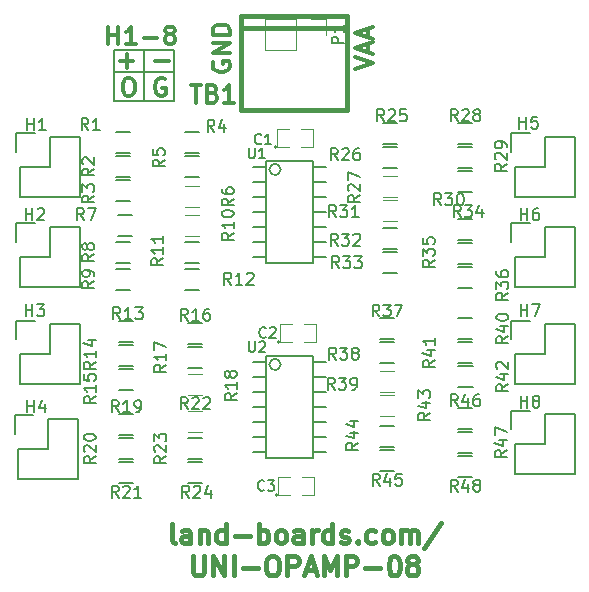
<source format=gto>
G04 #@! TF.FileFunction,Legend,Top*
%FSLAX46Y46*%
G04 Gerber Fmt 4.6, Leading zero omitted, Abs format (unit mm)*
G04 Created by KiCad (PCBNEW (after 2015-mar-04 BZR unknown)-product) date 12/20/2018 11:45:41 AM*
%MOMM*%
G01*
G04 APERTURE LIST*
%ADD10C,0.150000*%
%ADD11C,0.300000*%
%ADD12C,0.200000*%
%ADD13C,0.412750*%
%ADD14C,0.099060*%
%ADD15C,0.127000*%
%ADD16C,0.381000*%
%ADD17C,0.120000*%
%ADD18C,0.139700*%
%ADD19C,0.304800*%
G04 APERTURE END LIST*
D10*
D11*
X38616286Y-27729571D02*
X38616286Y-26229571D01*
X38616286Y-26943857D02*
X39473429Y-26943857D01*
X39473429Y-27729571D02*
X39473429Y-26229571D01*
X40973429Y-27729571D02*
X40116286Y-27729571D01*
X40544858Y-27729571D02*
X40544858Y-26229571D01*
X40402001Y-26443857D01*
X40259143Y-26586714D01*
X40116286Y-26658143D01*
X41616286Y-27158143D02*
X42759143Y-27158143D01*
X43687715Y-26872429D02*
X43544857Y-26801000D01*
X43473429Y-26729571D01*
X43402000Y-26586714D01*
X43402000Y-26515286D01*
X43473429Y-26372429D01*
X43544857Y-26301000D01*
X43687715Y-26229571D01*
X43973429Y-26229571D01*
X44116286Y-26301000D01*
X44187715Y-26372429D01*
X44259143Y-26515286D01*
X44259143Y-26586714D01*
X44187715Y-26729571D01*
X44116286Y-26801000D01*
X43973429Y-26872429D01*
X43687715Y-26872429D01*
X43544857Y-26943857D01*
X43473429Y-27015286D01*
X43402000Y-27158143D01*
X43402000Y-27443857D01*
X43473429Y-27586714D01*
X43544857Y-27658143D01*
X43687715Y-27729571D01*
X43973429Y-27729571D01*
X44116286Y-27658143D01*
X44187715Y-27586714D01*
X44259143Y-27443857D01*
X44259143Y-27158143D01*
X44187715Y-27015286D01*
X44116286Y-26943857D01*
X43973429Y-26872429D01*
D12*
X44196000Y-30099000D02*
X39116000Y-30099000D01*
X41656000Y-32512000D02*
X41656000Y-28194000D01*
X39116000Y-28194000D02*
X39116000Y-32512000D01*
X44196000Y-32512000D02*
X44196000Y-28194000D01*
X44196000Y-28194000D02*
X39116000Y-28194000D01*
X39116000Y-32512000D02*
X44196000Y-32512000D01*
D11*
X39584572Y-29133143D02*
X40727429Y-29133143D01*
X40156000Y-29704571D02*
X40156000Y-28561714D01*
X42584572Y-29133143D02*
X43727429Y-29133143D01*
X40191714Y-30604571D02*
X40477428Y-30604571D01*
X40620286Y-30676000D01*
X40763143Y-30818857D01*
X40834571Y-31104571D01*
X40834571Y-31604571D01*
X40763143Y-31890286D01*
X40620286Y-32033143D01*
X40477428Y-32104571D01*
X40191714Y-32104571D01*
X40048857Y-32033143D01*
X39906000Y-31890286D01*
X39834571Y-31604571D01*
X39834571Y-31104571D01*
X39906000Y-30818857D01*
X40048857Y-30676000D01*
X40191714Y-30604571D01*
X43406000Y-30676000D02*
X43263143Y-30604571D01*
X43048857Y-30604571D01*
X42834572Y-30676000D01*
X42691714Y-30818857D01*
X42620286Y-30961714D01*
X42548857Y-31247429D01*
X42548857Y-31461714D01*
X42620286Y-31747429D01*
X42691714Y-31890286D01*
X42834572Y-32033143D01*
X43048857Y-32104571D01*
X43191714Y-32104571D01*
X43406000Y-32033143D01*
X43477429Y-31961714D01*
X43477429Y-31461714D01*
X43191714Y-31461714D01*
X59531571Y-29833714D02*
X61031571Y-29333714D01*
X59531571Y-28833714D01*
X60603000Y-28405143D02*
X60603000Y-27690857D01*
X61031571Y-28548000D02*
X59531571Y-28048000D01*
X61031571Y-27548000D01*
X60603000Y-27119429D02*
X60603000Y-26405143D01*
X61031571Y-27262286D02*
X59531571Y-26762286D01*
X61031571Y-26262286D01*
X47510000Y-29209857D02*
X47438571Y-29352714D01*
X47438571Y-29567000D01*
X47510000Y-29781285D01*
X47652857Y-29924143D01*
X47795714Y-29995571D01*
X48081429Y-30067000D01*
X48295714Y-30067000D01*
X48581429Y-29995571D01*
X48724286Y-29924143D01*
X48867143Y-29781285D01*
X48938571Y-29567000D01*
X48938571Y-29424143D01*
X48867143Y-29209857D01*
X48795714Y-29138428D01*
X48295714Y-29138428D01*
X48295714Y-29424143D01*
X48938571Y-28495571D02*
X47438571Y-28495571D01*
X48938571Y-27638428D01*
X47438571Y-27638428D01*
X48938571Y-26924142D02*
X47438571Y-26924142D01*
X47438571Y-26566999D01*
X47510000Y-26352714D01*
X47652857Y-26209856D01*
X47795714Y-26138428D01*
X48081429Y-26066999D01*
X48295714Y-26066999D01*
X48581429Y-26138428D01*
X48724286Y-26209856D01*
X48867143Y-26352714D01*
X48938571Y-26566999D01*
X48938571Y-26924142D01*
D13*
X44227023Y-69977806D02*
X44069785Y-69899187D01*
X43991166Y-69741949D01*
X43991166Y-68326806D01*
X45563548Y-69977806D02*
X45563548Y-69112996D01*
X45484929Y-68955758D01*
X45327691Y-68877139D01*
X45013214Y-68877139D01*
X44855976Y-68955758D01*
X45563548Y-69899187D02*
X45406310Y-69977806D01*
X45013214Y-69977806D01*
X44855976Y-69899187D01*
X44777357Y-69741949D01*
X44777357Y-69584711D01*
X44855976Y-69427473D01*
X45013214Y-69348854D01*
X45406310Y-69348854D01*
X45563548Y-69270235D01*
X46349738Y-68877139D02*
X46349738Y-69977806D01*
X46349738Y-69034377D02*
X46428357Y-68955758D01*
X46585595Y-68877139D01*
X46821453Y-68877139D01*
X46978691Y-68955758D01*
X47057310Y-69112996D01*
X47057310Y-69977806D01*
X48551072Y-69977806D02*
X48551072Y-68326806D01*
X48551072Y-69899187D02*
X48393834Y-69977806D01*
X48079357Y-69977806D01*
X47922119Y-69899187D01*
X47843500Y-69820568D01*
X47764881Y-69663330D01*
X47764881Y-69191615D01*
X47843500Y-69034377D01*
X47922119Y-68955758D01*
X48079357Y-68877139D01*
X48393834Y-68877139D01*
X48551072Y-68955758D01*
X49337262Y-69348854D02*
X50595167Y-69348854D01*
X51381357Y-69977806D02*
X51381357Y-68326806D01*
X51381357Y-68955758D02*
X51538595Y-68877139D01*
X51853072Y-68877139D01*
X52010310Y-68955758D01*
X52088929Y-69034377D01*
X52167548Y-69191615D01*
X52167548Y-69663330D01*
X52088929Y-69820568D01*
X52010310Y-69899187D01*
X51853072Y-69977806D01*
X51538595Y-69977806D01*
X51381357Y-69899187D01*
X53110976Y-69977806D02*
X52953738Y-69899187D01*
X52875119Y-69820568D01*
X52796500Y-69663330D01*
X52796500Y-69191615D01*
X52875119Y-69034377D01*
X52953738Y-68955758D01*
X53110976Y-68877139D01*
X53346834Y-68877139D01*
X53504072Y-68955758D01*
X53582691Y-69034377D01*
X53661310Y-69191615D01*
X53661310Y-69663330D01*
X53582691Y-69820568D01*
X53504072Y-69899187D01*
X53346834Y-69977806D01*
X53110976Y-69977806D01*
X55076453Y-69977806D02*
X55076453Y-69112996D01*
X54997834Y-68955758D01*
X54840596Y-68877139D01*
X54526119Y-68877139D01*
X54368881Y-68955758D01*
X55076453Y-69899187D02*
X54919215Y-69977806D01*
X54526119Y-69977806D01*
X54368881Y-69899187D01*
X54290262Y-69741949D01*
X54290262Y-69584711D01*
X54368881Y-69427473D01*
X54526119Y-69348854D01*
X54919215Y-69348854D01*
X55076453Y-69270235D01*
X55862643Y-69977806D02*
X55862643Y-68877139D01*
X55862643Y-69191615D02*
X55941262Y-69034377D01*
X56019881Y-68955758D01*
X56177119Y-68877139D01*
X56334358Y-68877139D01*
X57592263Y-69977806D02*
X57592263Y-68326806D01*
X57592263Y-69899187D02*
X57435025Y-69977806D01*
X57120548Y-69977806D01*
X56963310Y-69899187D01*
X56884691Y-69820568D01*
X56806072Y-69663330D01*
X56806072Y-69191615D01*
X56884691Y-69034377D01*
X56963310Y-68955758D01*
X57120548Y-68877139D01*
X57435025Y-68877139D01*
X57592263Y-68955758D01*
X58299834Y-69899187D02*
X58457072Y-69977806D01*
X58771548Y-69977806D01*
X58928787Y-69899187D01*
X59007406Y-69741949D01*
X59007406Y-69663330D01*
X58928787Y-69506092D01*
X58771548Y-69427473D01*
X58535691Y-69427473D01*
X58378453Y-69348854D01*
X58299834Y-69191615D01*
X58299834Y-69112996D01*
X58378453Y-68955758D01*
X58535691Y-68877139D01*
X58771548Y-68877139D01*
X58928787Y-68955758D01*
X59714977Y-69820568D02*
X59793596Y-69899187D01*
X59714977Y-69977806D01*
X59636358Y-69899187D01*
X59714977Y-69820568D01*
X59714977Y-69977806D01*
X61208739Y-69899187D02*
X61051501Y-69977806D01*
X60737024Y-69977806D01*
X60579786Y-69899187D01*
X60501167Y-69820568D01*
X60422548Y-69663330D01*
X60422548Y-69191615D01*
X60501167Y-69034377D01*
X60579786Y-68955758D01*
X60737024Y-68877139D01*
X61051501Y-68877139D01*
X61208739Y-68955758D01*
X62152167Y-69977806D02*
X61994929Y-69899187D01*
X61916310Y-69820568D01*
X61837691Y-69663330D01*
X61837691Y-69191615D01*
X61916310Y-69034377D01*
X61994929Y-68955758D01*
X62152167Y-68877139D01*
X62388025Y-68877139D01*
X62545263Y-68955758D01*
X62623882Y-69034377D01*
X62702501Y-69191615D01*
X62702501Y-69663330D01*
X62623882Y-69820568D01*
X62545263Y-69899187D01*
X62388025Y-69977806D01*
X62152167Y-69977806D01*
X63410072Y-69977806D02*
X63410072Y-68877139D01*
X63410072Y-69034377D02*
X63488691Y-68955758D01*
X63645929Y-68877139D01*
X63881787Y-68877139D01*
X64039025Y-68955758D01*
X64117644Y-69112996D01*
X64117644Y-69977806D01*
X64117644Y-69112996D02*
X64196263Y-68955758D01*
X64353501Y-68877139D01*
X64589358Y-68877139D01*
X64746596Y-68955758D01*
X64825215Y-69112996D01*
X64825215Y-69977806D01*
X66790691Y-68248187D02*
X65375548Y-70370901D01*
X45760096Y-71050956D02*
X45760096Y-72387480D01*
X45838715Y-72544718D01*
X45917334Y-72623337D01*
X46074572Y-72701956D01*
X46389049Y-72701956D01*
X46546287Y-72623337D01*
X46624906Y-72544718D01*
X46703525Y-72387480D01*
X46703525Y-71050956D01*
X47489715Y-72701956D02*
X47489715Y-71050956D01*
X48433144Y-72701956D01*
X48433144Y-71050956D01*
X49219334Y-72701956D02*
X49219334Y-71050956D01*
X50005524Y-72073004D02*
X51263429Y-72073004D01*
X52364095Y-71050956D02*
X52678572Y-71050956D01*
X52835810Y-71129575D01*
X52993048Y-71286813D01*
X53071667Y-71601289D01*
X53071667Y-72151623D01*
X52993048Y-72466099D01*
X52835810Y-72623337D01*
X52678572Y-72701956D01*
X52364095Y-72701956D01*
X52206857Y-72623337D01*
X52049619Y-72466099D01*
X51971000Y-72151623D01*
X51971000Y-71601289D01*
X52049619Y-71286813D01*
X52206857Y-71129575D01*
X52364095Y-71050956D01*
X53779238Y-72701956D02*
X53779238Y-71050956D01*
X54408191Y-71050956D01*
X54565429Y-71129575D01*
X54644048Y-71208194D01*
X54722667Y-71365432D01*
X54722667Y-71601289D01*
X54644048Y-71758527D01*
X54565429Y-71837146D01*
X54408191Y-71915765D01*
X53779238Y-71915765D01*
X55351619Y-72230242D02*
X56137810Y-72230242D01*
X55194381Y-72701956D02*
X55744714Y-71050956D01*
X56295048Y-72701956D01*
X56845381Y-72701956D02*
X56845381Y-71050956D01*
X57395715Y-72230242D01*
X57946048Y-71050956D01*
X57946048Y-72701956D01*
X58732238Y-72701956D02*
X58732238Y-71050956D01*
X59361191Y-71050956D01*
X59518429Y-71129575D01*
X59597048Y-71208194D01*
X59675667Y-71365432D01*
X59675667Y-71601289D01*
X59597048Y-71758527D01*
X59518429Y-71837146D01*
X59361191Y-71915765D01*
X58732238Y-71915765D01*
X60383238Y-72073004D02*
X61641143Y-72073004D01*
X62741809Y-71050956D02*
X62899048Y-71050956D01*
X63056286Y-71129575D01*
X63134905Y-71208194D01*
X63213524Y-71365432D01*
X63292143Y-71679908D01*
X63292143Y-72073004D01*
X63213524Y-72387480D01*
X63134905Y-72544718D01*
X63056286Y-72623337D01*
X62899048Y-72701956D01*
X62741809Y-72701956D01*
X62584571Y-72623337D01*
X62505952Y-72544718D01*
X62427333Y-72387480D01*
X62348714Y-72073004D01*
X62348714Y-71679908D01*
X62427333Y-71365432D01*
X62505952Y-71208194D01*
X62584571Y-71129575D01*
X62741809Y-71050956D01*
X64235571Y-71758527D02*
X64078333Y-71679908D01*
X63999714Y-71601289D01*
X63921095Y-71444051D01*
X63921095Y-71365432D01*
X63999714Y-71208194D01*
X64078333Y-71129575D01*
X64235571Y-71050956D01*
X64550048Y-71050956D01*
X64707286Y-71129575D01*
X64785905Y-71208194D01*
X64864524Y-71365432D01*
X64864524Y-71444051D01*
X64785905Y-71601289D01*
X64707286Y-71679908D01*
X64550048Y-71758527D01*
X64235571Y-71758527D01*
X64078333Y-71837146D01*
X63999714Y-71915765D01*
X63921095Y-72073004D01*
X63921095Y-72387480D01*
X63999714Y-72544718D01*
X64078333Y-72623337D01*
X64235571Y-72701956D01*
X64550048Y-72701956D01*
X64707286Y-72623337D01*
X64785905Y-72544718D01*
X64864524Y-72387480D01*
X64864524Y-72073004D01*
X64785905Y-71915765D01*
X64707286Y-71837146D01*
X64550048Y-71758527D01*
D14*
X53114000Y-52940000D02*
G75*
G03X53114000Y-52940000I-127000J0D01*
G01*
X54130000Y-52940000D02*
X53114000Y-52940000D01*
X53114000Y-52940000D02*
X53114000Y-51416000D01*
X53114000Y-51416000D02*
X54130000Y-51416000D01*
X55146000Y-51416000D02*
X56162000Y-51416000D01*
X56162000Y-51416000D02*
X56162000Y-52940000D01*
X56162000Y-52940000D02*
X55146000Y-52940000D01*
X52860000Y-36430000D02*
G75*
G03X52860000Y-36430000I-127000J0D01*
G01*
X53876000Y-36430000D02*
X52860000Y-36430000D01*
X52860000Y-36430000D02*
X52860000Y-34906000D01*
X52860000Y-34906000D02*
X53876000Y-34906000D01*
X54892000Y-34906000D02*
X55908000Y-34906000D01*
X55908000Y-34906000D02*
X55908000Y-36430000D01*
X55908000Y-36430000D02*
X54892000Y-36430000D01*
D15*
X55956200Y-37592000D02*
X51993800Y-37592000D01*
X51993800Y-37592000D02*
X51993800Y-46228000D01*
X51993800Y-46228000D02*
X55956200Y-46228000D01*
X55956200Y-46228000D02*
X55956200Y-37592000D01*
X55956200Y-39370000D02*
X57048400Y-39370000D01*
X55956200Y-40640000D02*
X57048400Y-40640000D01*
X55956200Y-41910000D02*
X57048400Y-41910000D01*
X55956200Y-38100000D02*
X57048400Y-38100000D01*
X57048400Y-43180000D02*
X55956200Y-43180000D01*
X57048400Y-44450000D02*
X55956200Y-44450000D01*
X57048400Y-45720000D02*
X55956200Y-45720000D01*
X51993800Y-45720000D02*
X50901600Y-45720000D01*
X51993800Y-44450000D02*
X50901600Y-44450000D01*
X51993800Y-38100000D02*
X50901600Y-38100000D01*
X50901600Y-39370000D02*
X51993800Y-39370000D01*
X50901600Y-43180000D02*
X51993800Y-43180000D01*
X50901600Y-41910000D02*
X51993800Y-41910000D01*
X50901600Y-40640000D02*
X51993800Y-40640000D01*
X53202867Y-38328600D02*
G75*
G03X53202867Y-38328600I-472467J0D01*
G01*
D14*
X52987000Y-65894000D02*
G75*
G03X52987000Y-65894000I-127000J0D01*
G01*
X54003000Y-65894000D02*
X52987000Y-65894000D01*
X52987000Y-65894000D02*
X52987000Y-64370000D01*
X52987000Y-64370000D02*
X54003000Y-64370000D01*
X55019000Y-64370000D02*
X56035000Y-64370000D01*
X56035000Y-64370000D02*
X56035000Y-65894000D01*
X56035000Y-65894000D02*
X55019000Y-65894000D01*
D15*
X55956200Y-54102000D02*
X51993800Y-54102000D01*
X51993800Y-54102000D02*
X51993800Y-62738000D01*
X51993800Y-62738000D02*
X55956200Y-62738000D01*
X55956200Y-62738000D02*
X55956200Y-54102000D01*
X55956200Y-55880000D02*
X57048400Y-55880000D01*
X55956200Y-57150000D02*
X57048400Y-57150000D01*
X55956200Y-58420000D02*
X57048400Y-58420000D01*
X55956200Y-54610000D02*
X57048400Y-54610000D01*
X57048400Y-59690000D02*
X55956200Y-59690000D01*
X57048400Y-60960000D02*
X55956200Y-60960000D01*
X57048400Y-62230000D02*
X55956200Y-62230000D01*
X51993800Y-62230000D02*
X50901600Y-62230000D01*
X51993800Y-60960000D02*
X50901600Y-60960000D01*
X51993800Y-54610000D02*
X50901600Y-54610000D01*
X50901600Y-55880000D02*
X51993800Y-55880000D01*
X50901600Y-59690000D02*
X51993800Y-59690000D01*
X50901600Y-58420000D02*
X51993800Y-58420000D01*
X50901600Y-57150000D02*
X51993800Y-57150000D01*
X53202867Y-54838600D02*
G75*
G03X53202867Y-54838600I-472467J0D01*
G01*
D16*
X49844000Y-25326000D02*
X49844000Y-33326000D01*
X58844000Y-25326000D02*
X58844000Y-33326000D01*
X49844000Y-33326000D02*
X58844000Y-33326000D01*
X49844000Y-26326000D02*
X58844000Y-26326000D01*
X49844000Y-25326000D02*
X58844000Y-25326000D01*
D10*
X40478000Y-38975000D02*
X39278000Y-38975000D01*
X39278000Y-37225000D02*
X40478000Y-37225000D01*
X46320000Y-38975000D02*
X45120000Y-38975000D01*
X45120000Y-37225000D02*
X46320000Y-37225000D01*
X46320000Y-36943000D02*
X45120000Y-36943000D01*
X45120000Y-35193000D02*
X46320000Y-35193000D01*
X40478000Y-36943000D02*
X39278000Y-36943000D01*
X39278000Y-35193000D02*
X40478000Y-35193000D01*
X40605000Y-43928000D02*
X39405000Y-43928000D01*
X39405000Y-42178000D02*
X40605000Y-42178000D01*
X46320000Y-46214000D02*
X45120000Y-46214000D01*
X45120000Y-44464000D02*
X46320000Y-44464000D01*
X46320000Y-48500000D02*
X45120000Y-48500000D01*
X45120000Y-46750000D02*
X46320000Y-46750000D01*
X40478000Y-46214000D02*
X39278000Y-46214000D01*
X39278000Y-44464000D02*
X40478000Y-44464000D01*
X68234000Y-44591000D02*
X69434000Y-44591000D01*
X69434000Y-46341000D02*
X68234000Y-46341000D01*
X61884000Y-43321000D02*
X63084000Y-43321000D01*
X63084000Y-45071000D02*
X61884000Y-45071000D01*
X61884000Y-45353000D02*
X63084000Y-45353000D01*
X63084000Y-47103000D02*
X61884000Y-47103000D01*
X68234000Y-42559000D02*
X69434000Y-42559000D01*
X69434000Y-44309000D02*
X68234000Y-44309000D01*
X68234000Y-36463000D02*
X69434000Y-36463000D01*
X69434000Y-38213000D02*
X68234000Y-38213000D01*
X61884000Y-36463000D02*
X63084000Y-36463000D01*
X63084000Y-38213000D02*
X61884000Y-38213000D01*
X61884000Y-34431000D02*
X63084000Y-34431000D01*
X63084000Y-36181000D02*
X61884000Y-36181000D01*
X68234000Y-34431000D02*
X69434000Y-34431000D01*
X69434000Y-36181000D02*
X68234000Y-36181000D01*
X39278000Y-46750000D02*
X40478000Y-46750000D01*
X40478000Y-48500000D02*
X39278000Y-48500000D01*
X39278000Y-39257000D02*
X40478000Y-39257000D01*
X40478000Y-41007000D02*
X39278000Y-41007000D01*
X69434000Y-40245000D02*
X68234000Y-40245000D01*
X68234000Y-38495000D02*
X69434000Y-38495000D01*
X69434000Y-48373000D02*
X68234000Y-48373000D01*
X68234000Y-46623000D02*
X69434000Y-46623000D01*
X40732000Y-54977000D02*
X39532000Y-54977000D01*
X39532000Y-53227000D02*
X40732000Y-53227000D01*
X46574000Y-55104000D02*
X45374000Y-55104000D01*
X45374000Y-53354000D02*
X46574000Y-53354000D01*
X46574000Y-53072000D02*
X45374000Y-53072000D01*
X45374000Y-51322000D02*
X46574000Y-51322000D01*
X40732000Y-52945000D02*
X39532000Y-52945000D01*
X39532000Y-51195000D02*
X40732000Y-51195000D01*
X40732000Y-62851000D02*
X39532000Y-62851000D01*
X39532000Y-61101000D02*
X40732000Y-61101000D01*
X46574000Y-62851000D02*
X45374000Y-62851000D01*
X45374000Y-61101000D02*
X46574000Y-61101000D01*
X46574000Y-64883000D02*
X45374000Y-64883000D01*
X45374000Y-63133000D02*
X46574000Y-63133000D01*
X40732000Y-60819000D02*
X39532000Y-60819000D01*
X39532000Y-59069000D02*
X40732000Y-59069000D01*
X68234000Y-60593000D02*
X69434000Y-60593000D01*
X69434000Y-62343000D02*
X68234000Y-62343000D01*
X61630000Y-60085000D02*
X62830000Y-60085000D01*
X62830000Y-61835000D02*
X61630000Y-61835000D01*
X61630000Y-62117000D02*
X62830000Y-62117000D01*
X62830000Y-63867000D02*
X61630000Y-63867000D01*
X68234000Y-58561000D02*
X69434000Y-58561000D01*
X69434000Y-60311000D02*
X68234000Y-60311000D01*
X68234000Y-52973000D02*
X69434000Y-52973000D01*
X69434000Y-54723000D02*
X68234000Y-54723000D01*
X61630000Y-52973000D02*
X62830000Y-52973000D01*
X62830000Y-54723000D02*
X61630000Y-54723000D01*
X61630000Y-50941000D02*
X62830000Y-50941000D01*
X62830000Y-52691000D02*
X61630000Y-52691000D01*
X68234000Y-50941000D02*
X69434000Y-50941000D01*
X69434000Y-52691000D02*
X68234000Y-52691000D01*
X39532000Y-63133000D02*
X40732000Y-63133000D01*
X40732000Y-64883000D02*
X39532000Y-64883000D01*
X69434000Y-64375000D02*
X68234000Y-64375000D01*
X68234000Y-62625000D02*
X69434000Y-62625000D01*
X39532000Y-55259000D02*
X40732000Y-55259000D01*
X40732000Y-57009000D02*
X39532000Y-57009000D01*
X69462000Y-56736000D02*
X68262000Y-56736000D01*
X68262000Y-54986000D02*
X69462000Y-54986000D01*
X30835000Y-36830000D02*
X30835000Y-35280000D01*
X32385000Y-35280000D02*
X30835000Y-35280000D01*
X31115000Y-38100000D02*
X33655000Y-38100000D01*
X33655000Y-38100000D02*
X33655000Y-35560000D01*
X33655000Y-35560000D02*
X36195000Y-35560000D01*
X36195000Y-35560000D02*
X36195000Y-40640000D01*
X36195000Y-40640000D02*
X31115000Y-40640000D01*
X31115000Y-40640000D02*
X31115000Y-38100000D01*
X30835000Y-44450000D02*
X30835000Y-42900000D01*
X32385000Y-42900000D02*
X30835000Y-42900000D01*
X31115000Y-45720000D02*
X33655000Y-45720000D01*
X33655000Y-45720000D02*
X33655000Y-43180000D01*
X33655000Y-43180000D02*
X36195000Y-43180000D01*
X36195000Y-43180000D02*
X36195000Y-48260000D01*
X36195000Y-48260000D02*
X31115000Y-48260000D01*
X31115000Y-48260000D02*
X31115000Y-45720000D01*
X72745000Y-36830000D02*
X72745000Y-35280000D01*
X74295000Y-35280000D02*
X72745000Y-35280000D01*
X73025000Y-38100000D02*
X75565000Y-38100000D01*
X75565000Y-38100000D02*
X75565000Y-35560000D01*
X75565000Y-35560000D02*
X78105000Y-35560000D01*
X78105000Y-35560000D02*
X78105000Y-40640000D01*
X78105000Y-40640000D02*
X73025000Y-40640000D01*
X73025000Y-40640000D02*
X73025000Y-38100000D01*
X72745000Y-44450000D02*
X72745000Y-42900000D01*
X74295000Y-42900000D02*
X72745000Y-42900000D01*
X73025000Y-45720000D02*
X75565000Y-45720000D01*
X75565000Y-45720000D02*
X75565000Y-43180000D01*
X75565000Y-43180000D02*
X78105000Y-43180000D01*
X78105000Y-43180000D02*
X78105000Y-48260000D01*
X78105000Y-48260000D02*
X73025000Y-48260000D01*
X73025000Y-48260000D02*
X73025000Y-45720000D01*
X30835000Y-52705000D02*
X30835000Y-51155000D01*
X32385000Y-51155000D02*
X30835000Y-51155000D01*
X31115000Y-53975000D02*
X33655000Y-53975000D01*
X33655000Y-53975000D02*
X33655000Y-51435000D01*
X33655000Y-51435000D02*
X36195000Y-51435000D01*
X36195000Y-51435000D02*
X36195000Y-56515000D01*
X36195000Y-56515000D02*
X31115000Y-56515000D01*
X31115000Y-56515000D02*
X31115000Y-53975000D01*
X30708000Y-60706000D02*
X30708000Y-59156000D01*
X32258000Y-59156000D02*
X30708000Y-59156000D01*
X30988000Y-61976000D02*
X33528000Y-61976000D01*
X33528000Y-61976000D02*
X33528000Y-59436000D01*
X33528000Y-59436000D02*
X36068000Y-59436000D01*
X36068000Y-59436000D02*
X36068000Y-64516000D01*
X36068000Y-64516000D02*
X30988000Y-64516000D01*
X30988000Y-64516000D02*
X30988000Y-61976000D01*
X72745000Y-60325000D02*
X72745000Y-58775000D01*
X74295000Y-58775000D02*
X72745000Y-58775000D01*
X73025000Y-61595000D02*
X75565000Y-61595000D01*
X75565000Y-61595000D02*
X75565000Y-59055000D01*
X75565000Y-59055000D02*
X78105000Y-59055000D01*
X78105000Y-59055000D02*
X78105000Y-64135000D01*
X78105000Y-64135000D02*
X73025000Y-64135000D01*
X73025000Y-64135000D02*
X73025000Y-61595000D01*
X72745000Y-52705000D02*
X72745000Y-51155000D01*
X74295000Y-51155000D02*
X72745000Y-51155000D01*
X73025000Y-53975000D02*
X75565000Y-53975000D01*
X75565000Y-53975000D02*
X75565000Y-51435000D01*
X75565000Y-51435000D02*
X78105000Y-51435000D01*
X78105000Y-51435000D02*
X78105000Y-56515000D01*
X78105000Y-56515000D02*
X73025000Y-56515000D01*
X73025000Y-56515000D02*
X73025000Y-53975000D01*
D17*
X46320000Y-41520000D02*
X45120000Y-41520000D01*
X45120000Y-39760000D02*
X46320000Y-39760000D01*
X63084000Y-40631000D02*
X61884000Y-40631000D01*
X61884000Y-38871000D02*
X63084000Y-38871000D01*
X45120000Y-42173000D02*
X46320000Y-42173000D01*
X46320000Y-43933000D02*
X45120000Y-43933000D01*
X63084000Y-42663000D02*
X61884000Y-42663000D01*
X61884000Y-40903000D02*
X63084000Y-40903000D01*
X45374000Y-55635000D02*
X46574000Y-55635000D01*
X46574000Y-57395000D02*
X45374000Y-57395000D01*
X62830000Y-57141000D02*
X61630000Y-57141000D01*
X61630000Y-55381000D02*
X62830000Y-55381000D01*
X45374000Y-58810000D02*
X46574000Y-58810000D01*
X46574000Y-60570000D02*
X45374000Y-60570000D01*
X62830000Y-59173000D02*
X61630000Y-59173000D01*
X61630000Y-57413000D02*
X62830000Y-57413000D01*
X51883000Y-25594000D02*
X51883000Y-28254000D01*
X54483000Y-25594000D02*
X51883000Y-25594000D01*
X54483000Y-28254000D02*
X51883000Y-28254000D01*
X54483000Y-25594000D02*
X54483000Y-28254000D01*
X55753000Y-25594000D02*
X57083000Y-25594000D01*
X57083000Y-25594000D02*
X57083000Y-26924000D01*
D18*
X51949834Y-52495500D02*
X51907500Y-52537833D01*
X51780500Y-52580167D01*
X51695834Y-52580167D01*
X51568834Y-52537833D01*
X51484167Y-52453167D01*
X51441834Y-52368500D01*
X51399500Y-52199167D01*
X51399500Y-52072167D01*
X51441834Y-51902833D01*
X51484167Y-51818167D01*
X51568834Y-51733500D01*
X51695834Y-51691167D01*
X51780500Y-51691167D01*
X51907500Y-51733500D01*
X51949834Y-51775833D01*
X52288500Y-51775833D02*
X52330834Y-51733500D01*
X52415500Y-51691167D01*
X52627167Y-51691167D01*
X52711834Y-51733500D01*
X52754167Y-51775833D01*
X52796500Y-51860500D01*
X52796500Y-51945167D01*
X52754167Y-52072167D01*
X52246167Y-52580167D01*
X52796500Y-52580167D01*
X51568834Y-36112500D02*
X51526500Y-36154833D01*
X51399500Y-36197167D01*
X51314834Y-36197167D01*
X51187834Y-36154833D01*
X51103167Y-36070167D01*
X51060834Y-35985500D01*
X51018500Y-35816167D01*
X51018500Y-35689167D01*
X51060834Y-35519833D01*
X51103167Y-35435167D01*
X51187834Y-35350500D01*
X51314834Y-35308167D01*
X51399500Y-35308167D01*
X51526500Y-35350500D01*
X51568834Y-35392833D01*
X52415500Y-36197167D02*
X51907500Y-36197167D01*
X52161500Y-36197167D02*
X52161500Y-35308167D01*
X52076834Y-35435167D01*
X51992167Y-35519833D01*
X51907500Y-35562167D01*
X50503667Y-36470167D02*
X50503667Y-37189833D01*
X50546000Y-37274500D01*
X50588333Y-37316833D01*
X50673000Y-37359167D01*
X50842333Y-37359167D01*
X50927000Y-37316833D01*
X50969333Y-37274500D01*
X51011667Y-37189833D01*
X51011667Y-36470167D01*
X51900666Y-37359167D02*
X51392666Y-37359167D01*
X51646666Y-37359167D02*
X51646666Y-36470167D01*
X51562000Y-36597167D01*
X51477333Y-36681833D01*
X51392666Y-36724167D01*
X51822834Y-65449500D02*
X51780500Y-65491833D01*
X51653500Y-65534167D01*
X51568834Y-65534167D01*
X51441834Y-65491833D01*
X51357167Y-65407167D01*
X51314834Y-65322500D01*
X51272500Y-65153167D01*
X51272500Y-65026167D01*
X51314834Y-64856833D01*
X51357167Y-64772167D01*
X51441834Y-64687500D01*
X51568834Y-64645167D01*
X51653500Y-64645167D01*
X51780500Y-64687500D01*
X51822834Y-64729833D01*
X52119167Y-64645167D02*
X52669500Y-64645167D01*
X52373167Y-64983833D01*
X52500167Y-64983833D01*
X52584834Y-65026167D01*
X52627167Y-65068500D01*
X52669500Y-65153167D01*
X52669500Y-65364833D01*
X52627167Y-65449500D01*
X52584834Y-65491833D01*
X52500167Y-65534167D01*
X52246167Y-65534167D01*
X52161500Y-65491833D01*
X52119167Y-65449500D01*
X50503667Y-52853167D02*
X50503667Y-53572833D01*
X50546000Y-53657500D01*
X50588333Y-53699833D01*
X50673000Y-53742167D01*
X50842333Y-53742167D01*
X50927000Y-53699833D01*
X50969333Y-53657500D01*
X51011667Y-53572833D01*
X51011667Y-52853167D01*
X51392666Y-52937833D02*
X51435000Y-52895500D01*
X51519666Y-52853167D01*
X51731333Y-52853167D01*
X51816000Y-52895500D01*
X51858333Y-52937833D01*
X51900666Y-53022500D01*
X51900666Y-53107167D01*
X51858333Y-53234167D01*
X51350333Y-53742167D01*
X51900666Y-53742167D01*
D19*
X45574857Y-31169429D02*
X46445714Y-31169429D01*
X46010285Y-32693429D02*
X46010285Y-31169429D01*
X47461714Y-31895143D02*
X47679428Y-31967714D01*
X47752000Y-32040286D01*
X47824571Y-32185429D01*
X47824571Y-32403143D01*
X47752000Y-32548286D01*
X47679428Y-32620857D01*
X47534286Y-32693429D01*
X46953714Y-32693429D01*
X46953714Y-31169429D01*
X47461714Y-31169429D01*
X47606857Y-31242000D01*
X47679428Y-31314571D01*
X47752000Y-31459714D01*
X47752000Y-31604857D01*
X47679428Y-31750000D01*
X47606857Y-31822571D01*
X47461714Y-31895143D01*
X46953714Y-31895143D01*
X49276000Y-32693429D02*
X48405143Y-32693429D01*
X48840571Y-32693429D02*
X48840571Y-31169429D01*
X48695428Y-31387143D01*
X48550286Y-31532286D01*
X48405143Y-31604857D01*
D10*
X37409381Y-38266666D02*
X36933190Y-38600000D01*
X37409381Y-38838095D02*
X36409381Y-38838095D01*
X36409381Y-38457142D01*
X36457000Y-38361904D01*
X36504619Y-38314285D01*
X36599857Y-38266666D01*
X36742714Y-38266666D01*
X36837952Y-38314285D01*
X36885571Y-38361904D01*
X36933190Y-38457142D01*
X36933190Y-38838095D01*
X36504619Y-37885714D02*
X36457000Y-37838095D01*
X36409381Y-37742857D01*
X36409381Y-37504761D01*
X36457000Y-37409523D01*
X36504619Y-37361904D01*
X36599857Y-37314285D01*
X36695095Y-37314285D01*
X36837952Y-37361904D01*
X37409381Y-37933333D01*
X37409381Y-37314285D01*
X43378381Y-37504666D02*
X42902190Y-37838000D01*
X43378381Y-38076095D02*
X42378381Y-38076095D01*
X42378381Y-37695142D01*
X42426000Y-37599904D01*
X42473619Y-37552285D01*
X42568857Y-37504666D01*
X42711714Y-37504666D01*
X42806952Y-37552285D01*
X42854571Y-37599904D01*
X42902190Y-37695142D01*
X42902190Y-38076095D01*
X42378381Y-36599904D02*
X42378381Y-37076095D01*
X42854571Y-37123714D01*
X42806952Y-37076095D01*
X42759333Y-36980857D01*
X42759333Y-36742761D01*
X42806952Y-36647523D01*
X42854571Y-36599904D01*
X42949810Y-36552285D01*
X43187905Y-36552285D01*
X43283143Y-36599904D01*
X43330762Y-36647523D01*
X43378381Y-36742761D01*
X43378381Y-36980857D01*
X43330762Y-37076095D01*
X43283143Y-37123714D01*
X47585334Y-35123381D02*
X47252000Y-34647190D01*
X47013905Y-35123381D02*
X47013905Y-34123381D01*
X47394858Y-34123381D01*
X47490096Y-34171000D01*
X47537715Y-34218619D01*
X47585334Y-34313857D01*
X47585334Y-34456714D01*
X47537715Y-34551952D01*
X47490096Y-34599571D01*
X47394858Y-34647190D01*
X47013905Y-34647190D01*
X48442477Y-34456714D02*
X48442477Y-35123381D01*
X48204381Y-34075762D02*
X47966286Y-34790048D01*
X48585334Y-34790048D01*
X36917334Y-34996381D02*
X36584000Y-34520190D01*
X36345905Y-34996381D02*
X36345905Y-33996381D01*
X36726858Y-33996381D01*
X36822096Y-34044000D01*
X36869715Y-34091619D01*
X36917334Y-34186857D01*
X36917334Y-34329714D01*
X36869715Y-34424952D01*
X36822096Y-34472571D01*
X36726858Y-34520190D01*
X36345905Y-34520190D01*
X37869715Y-34996381D02*
X37298286Y-34996381D01*
X37584000Y-34996381D02*
X37584000Y-33996381D01*
X37488762Y-34139238D01*
X37393524Y-34234476D01*
X37298286Y-34282095D01*
X36536334Y-42616381D02*
X36203000Y-42140190D01*
X35964905Y-42616381D02*
X35964905Y-41616381D01*
X36345858Y-41616381D01*
X36441096Y-41664000D01*
X36488715Y-41711619D01*
X36536334Y-41806857D01*
X36536334Y-41949714D01*
X36488715Y-42044952D01*
X36441096Y-42092571D01*
X36345858Y-42140190D01*
X35964905Y-42140190D01*
X36869667Y-41616381D02*
X37536334Y-41616381D01*
X37107762Y-42616381D01*
X43251381Y-45854857D02*
X42775190Y-46188191D01*
X43251381Y-46426286D02*
X42251381Y-46426286D01*
X42251381Y-46045333D01*
X42299000Y-45950095D01*
X42346619Y-45902476D01*
X42441857Y-45854857D01*
X42584714Y-45854857D01*
X42679952Y-45902476D01*
X42727571Y-45950095D01*
X42775190Y-46045333D01*
X42775190Y-46426286D01*
X43251381Y-44902476D02*
X43251381Y-45473905D01*
X43251381Y-45188191D02*
X42251381Y-45188191D01*
X42394238Y-45283429D01*
X42489476Y-45378667D01*
X42537095Y-45473905D01*
X43251381Y-43950095D02*
X43251381Y-44521524D01*
X43251381Y-44235810D02*
X42251381Y-44235810D01*
X42394238Y-44331048D01*
X42489476Y-44426286D01*
X42537095Y-44521524D01*
X49014143Y-48077381D02*
X48680809Y-47601190D01*
X48442714Y-48077381D02*
X48442714Y-47077381D01*
X48823667Y-47077381D01*
X48918905Y-47125000D01*
X48966524Y-47172619D01*
X49014143Y-47267857D01*
X49014143Y-47410714D01*
X48966524Y-47505952D01*
X48918905Y-47553571D01*
X48823667Y-47601190D01*
X48442714Y-47601190D01*
X49966524Y-48077381D02*
X49395095Y-48077381D01*
X49680809Y-48077381D02*
X49680809Y-47077381D01*
X49585571Y-47220238D01*
X49490333Y-47315476D01*
X49395095Y-47363095D01*
X50347476Y-47172619D02*
X50395095Y-47125000D01*
X50490333Y-47077381D01*
X50728429Y-47077381D01*
X50823667Y-47125000D01*
X50871286Y-47172619D01*
X50918905Y-47267857D01*
X50918905Y-47363095D01*
X50871286Y-47505952D01*
X50299857Y-48077381D01*
X50918905Y-48077381D01*
X37409381Y-45505666D02*
X36933190Y-45839000D01*
X37409381Y-46077095D02*
X36409381Y-46077095D01*
X36409381Y-45696142D01*
X36457000Y-45600904D01*
X36504619Y-45553285D01*
X36599857Y-45505666D01*
X36742714Y-45505666D01*
X36837952Y-45553285D01*
X36885571Y-45600904D01*
X36933190Y-45696142D01*
X36933190Y-46077095D01*
X36837952Y-44934238D02*
X36790333Y-45029476D01*
X36742714Y-45077095D01*
X36647476Y-45124714D01*
X36599857Y-45124714D01*
X36504619Y-45077095D01*
X36457000Y-45029476D01*
X36409381Y-44934238D01*
X36409381Y-44743761D01*
X36457000Y-44648523D01*
X36504619Y-44600904D01*
X36599857Y-44553285D01*
X36647476Y-44553285D01*
X36742714Y-44600904D01*
X36790333Y-44648523D01*
X36837952Y-44743761D01*
X36837952Y-44934238D01*
X36885571Y-45029476D01*
X36933190Y-45077095D01*
X37028429Y-45124714D01*
X37218905Y-45124714D01*
X37314143Y-45077095D01*
X37361762Y-45029476D01*
X37409381Y-44934238D01*
X37409381Y-44743761D01*
X37361762Y-44648523D01*
X37314143Y-44600904D01*
X37218905Y-44553285D01*
X37028429Y-44553285D01*
X36933190Y-44600904D01*
X36885571Y-44648523D01*
X36837952Y-44743761D01*
X66238381Y-45981857D02*
X65762190Y-46315191D01*
X66238381Y-46553286D02*
X65238381Y-46553286D01*
X65238381Y-46172333D01*
X65286000Y-46077095D01*
X65333619Y-46029476D01*
X65428857Y-45981857D01*
X65571714Y-45981857D01*
X65666952Y-46029476D01*
X65714571Y-46077095D01*
X65762190Y-46172333D01*
X65762190Y-46553286D01*
X65238381Y-45648524D02*
X65238381Y-45029476D01*
X65619333Y-45362810D01*
X65619333Y-45219952D01*
X65666952Y-45124714D01*
X65714571Y-45077095D01*
X65809810Y-45029476D01*
X66047905Y-45029476D01*
X66143143Y-45077095D01*
X66190762Y-45124714D01*
X66238381Y-45219952D01*
X66238381Y-45505667D01*
X66190762Y-45600905D01*
X66143143Y-45648524D01*
X65238381Y-44124714D02*
X65238381Y-44600905D01*
X65714571Y-44648524D01*
X65666952Y-44600905D01*
X65619333Y-44505667D01*
X65619333Y-44267571D01*
X65666952Y-44172333D01*
X65714571Y-44124714D01*
X65809810Y-44077095D01*
X66047905Y-44077095D01*
X66143143Y-44124714D01*
X66190762Y-44172333D01*
X66238381Y-44267571D01*
X66238381Y-44505667D01*
X66190762Y-44600905D01*
X66143143Y-44648524D01*
X58031143Y-44775381D02*
X57697809Y-44299190D01*
X57459714Y-44775381D02*
X57459714Y-43775381D01*
X57840667Y-43775381D01*
X57935905Y-43823000D01*
X57983524Y-43870619D01*
X58031143Y-43965857D01*
X58031143Y-44108714D01*
X57983524Y-44203952D01*
X57935905Y-44251571D01*
X57840667Y-44299190D01*
X57459714Y-44299190D01*
X58364476Y-43775381D02*
X58983524Y-43775381D01*
X58650190Y-44156333D01*
X58793048Y-44156333D01*
X58888286Y-44203952D01*
X58935905Y-44251571D01*
X58983524Y-44346810D01*
X58983524Y-44584905D01*
X58935905Y-44680143D01*
X58888286Y-44727762D01*
X58793048Y-44775381D01*
X58507333Y-44775381D01*
X58412095Y-44727762D01*
X58364476Y-44680143D01*
X59364476Y-43870619D02*
X59412095Y-43823000D01*
X59507333Y-43775381D01*
X59745429Y-43775381D01*
X59840667Y-43823000D01*
X59888286Y-43870619D01*
X59935905Y-43965857D01*
X59935905Y-44061095D01*
X59888286Y-44203952D01*
X59316857Y-44775381D01*
X59935905Y-44775381D01*
X58158143Y-46680381D02*
X57824809Y-46204190D01*
X57586714Y-46680381D02*
X57586714Y-45680381D01*
X57967667Y-45680381D01*
X58062905Y-45728000D01*
X58110524Y-45775619D01*
X58158143Y-45870857D01*
X58158143Y-46013714D01*
X58110524Y-46108952D01*
X58062905Y-46156571D01*
X57967667Y-46204190D01*
X57586714Y-46204190D01*
X58491476Y-45680381D02*
X59110524Y-45680381D01*
X58777190Y-46061333D01*
X58920048Y-46061333D01*
X59015286Y-46108952D01*
X59062905Y-46156571D01*
X59110524Y-46251810D01*
X59110524Y-46489905D01*
X59062905Y-46585143D01*
X59015286Y-46632762D01*
X58920048Y-46680381D01*
X58634333Y-46680381D01*
X58539095Y-46632762D01*
X58491476Y-46585143D01*
X59443857Y-45680381D02*
X60062905Y-45680381D01*
X59729571Y-46061333D01*
X59872429Y-46061333D01*
X59967667Y-46108952D01*
X60015286Y-46156571D01*
X60062905Y-46251810D01*
X60062905Y-46489905D01*
X60015286Y-46585143D01*
X59967667Y-46632762D01*
X59872429Y-46680381D01*
X59586714Y-46680381D01*
X59491476Y-46632762D01*
X59443857Y-46585143D01*
X68445143Y-42362381D02*
X68111809Y-41886190D01*
X67873714Y-42362381D02*
X67873714Y-41362381D01*
X68254667Y-41362381D01*
X68349905Y-41410000D01*
X68397524Y-41457619D01*
X68445143Y-41552857D01*
X68445143Y-41695714D01*
X68397524Y-41790952D01*
X68349905Y-41838571D01*
X68254667Y-41886190D01*
X67873714Y-41886190D01*
X68778476Y-41362381D02*
X69397524Y-41362381D01*
X69064190Y-41743333D01*
X69207048Y-41743333D01*
X69302286Y-41790952D01*
X69349905Y-41838571D01*
X69397524Y-41933810D01*
X69397524Y-42171905D01*
X69349905Y-42267143D01*
X69302286Y-42314762D01*
X69207048Y-42362381D01*
X68921333Y-42362381D01*
X68826095Y-42314762D01*
X68778476Y-42267143D01*
X70254667Y-41695714D02*
X70254667Y-42362381D01*
X70016571Y-41314762D02*
X69778476Y-42029048D01*
X70397524Y-42029048D01*
X72334381Y-37853857D02*
X71858190Y-38187191D01*
X72334381Y-38425286D02*
X71334381Y-38425286D01*
X71334381Y-38044333D01*
X71382000Y-37949095D01*
X71429619Y-37901476D01*
X71524857Y-37853857D01*
X71667714Y-37853857D01*
X71762952Y-37901476D01*
X71810571Y-37949095D01*
X71858190Y-38044333D01*
X71858190Y-38425286D01*
X71429619Y-37472905D02*
X71382000Y-37425286D01*
X71334381Y-37330048D01*
X71334381Y-37091952D01*
X71382000Y-36996714D01*
X71429619Y-36949095D01*
X71524857Y-36901476D01*
X71620095Y-36901476D01*
X71762952Y-36949095D01*
X72334381Y-37520524D01*
X72334381Y-36901476D01*
X72334381Y-36425286D02*
X72334381Y-36234810D01*
X72286762Y-36139571D01*
X72239143Y-36091952D01*
X72096286Y-35996714D01*
X71905810Y-35949095D01*
X71524857Y-35949095D01*
X71429619Y-35996714D01*
X71382000Y-36044333D01*
X71334381Y-36139571D01*
X71334381Y-36330048D01*
X71382000Y-36425286D01*
X71429619Y-36472905D01*
X71524857Y-36520524D01*
X71762952Y-36520524D01*
X71858190Y-36472905D01*
X71905810Y-36425286D01*
X71953429Y-36330048D01*
X71953429Y-36139571D01*
X71905810Y-36044333D01*
X71858190Y-35996714D01*
X71762952Y-35949095D01*
X58031143Y-37536381D02*
X57697809Y-37060190D01*
X57459714Y-37536381D02*
X57459714Y-36536381D01*
X57840667Y-36536381D01*
X57935905Y-36584000D01*
X57983524Y-36631619D01*
X58031143Y-36726857D01*
X58031143Y-36869714D01*
X57983524Y-36964952D01*
X57935905Y-37012571D01*
X57840667Y-37060190D01*
X57459714Y-37060190D01*
X58412095Y-36631619D02*
X58459714Y-36584000D01*
X58554952Y-36536381D01*
X58793048Y-36536381D01*
X58888286Y-36584000D01*
X58935905Y-36631619D01*
X58983524Y-36726857D01*
X58983524Y-36822095D01*
X58935905Y-36964952D01*
X58364476Y-37536381D01*
X58983524Y-37536381D01*
X59840667Y-36536381D02*
X59650190Y-36536381D01*
X59554952Y-36584000D01*
X59507333Y-36631619D01*
X59412095Y-36774476D01*
X59364476Y-36964952D01*
X59364476Y-37345905D01*
X59412095Y-37441143D01*
X59459714Y-37488762D01*
X59554952Y-37536381D01*
X59745429Y-37536381D01*
X59840667Y-37488762D01*
X59888286Y-37441143D01*
X59935905Y-37345905D01*
X59935905Y-37107810D01*
X59888286Y-37012571D01*
X59840667Y-36964952D01*
X59745429Y-36917333D01*
X59554952Y-36917333D01*
X59459714Y-36964952D01*
X59412095Y-37012571D01*
X59364476Y-37107810D01*
X61968143Y-34234381D02*
X61634809Y-33758190D01*
X61396714Y-34234381D02*
X61396714Y-33234381D01*
X61777667Y-33234381D01*
X61872905Y-33282000D01*
X61920524Y-33329619D01*
X61968143Y-33424857D01*
X61968143Y-33567714D01*
X61920524Y-33662952D01*
X61872905Y-33710571D01*
X61777667Y-33758190D01*
X61396714Y-33758190D01*
X62349095Y-33329619D02*
X62396714Y-33282000D01*
X62491952Y-33234381D01*
X62730048Y-33234381D01*
X62825286Y-33282000D01*
X62872905Y-33329619D01*
X62920524Y-33424857D01*
X62920524Y-33520095D01*
X62872905Y-33662952D01*
X62301476Y-34234381D01*
X62920524Y-34234381D01*
X63825286Y-33234381D02*
X63349095Y-33234381D01*
X63301476Y-33710571D01*
X63349095Y-33662952D01*
X63444333Y-33615333D01*
X63682429Y-33615333D01*
X63777667Y-33662952D01*
X63825286Y-33710571D01*
X63872905Y-33805810D01*
X63872905Y-34043905D01*
X63825286Y-34139143D01*
X63777667Y-34186762D01*
X63682429Y-34234381D01*
X63444333Y-34234381D01*
X63349095Y-34186762D01*
X63301476Y-34139143D01*
X68191143Y-34234381D02*
X67857809Y-33758190D01*
X67619714Y-34234381D02*
X67619714Y-33234381D01*
X68000667Y-33234381D01*
X68095905Y-33282000D01*
X68143524Y-33329619D01*
X68191143Y-33424857D01*
X68191143Y-33567714D01*
X68143524Y-33662952D01*
X68095905Y-33710571D01*
X68000667Y-33758190D01*
X67619714Y-33758190D01*
X68572095Y-33329619D02*
X68619714Y-33282000D01*
X68714952Y-33234381D01*
X68953048Y-33234381D01*
X69048286Y-33282000D01*
X69095905Y-33329619D01*
X69143524Y-33424857D01*
X69143524Y-33520095D01*
X69095905Y-33662952D01*
X68524476Y-34234381D01*
X69143524Y-34234381D01*
X69714952Y-33662952D02*
X69619714Y-33615333D01*
X69572095Y-33567714D01*
X69524476Y-33472476D01*
X69524476Y-33424857D01*
X69572095Y-33329619D01*
X69619714Y-33282000D01*
X69714952Y-33234381D01*
X69905429Y-33234381D01*
X70000667Y-33282000D01*
X70048286Y-33329619D01*
X70095905Y-33424857D01*
X70095905Y-33472476D01*
X70048286Y-33567714D01*
X70000667Y-33615333D01*
X69905429Y-33662952D01*
X69714952Y-33662952D01*
X69619714Y-33710571D01*
X69572095Y-33758190D01*
X69524476Y-33853429D01*
X69524476Y-34043905D01*
X69572095Y-34139143D01*
X69619714Y-34186762D01*
X69714952Y-34234381D01*
X69905429Y-34234381D01*
X70000667Y-34186762D01*
X70048286Y-34139143D01*
X70095905Y-34043905D01*
X70095905Y-33853429D01*
X70048286Y-33758190D01*
X70000667Y-33710571D01*
X69905429Y-33662952D01*
X37409381Y-47791666D02*
X36933190Y-48125000D01*
X37409381Y-48363095D02*
X36409381Y-48363095D01*
X36409381Y-47982142D01*
X36457000Y-47886904D01*
X36504619Y-47839285D01*
X36599857Y-47791666D01*
X36742714Y-47791666D01*
X36837952Y-47839285D01*
X36885571Y-47886904D01*
X36933190Y-47982142D01*
X36933190Y-48363095D01*
X37409381Y-47315476D02*
X37409381Y-47125000D01*
X37361762Y-47029761D01*
X37314143Y-46982142D01*
X37171286Y-46886904D01*
X36980810Y-46839285D01*
X36599857Y-46839285D01*
X36504619Y-46886904D01*
X36457000Y-46934523D01*
X36409381Y-47029761D01*
X36409381Y-47220238D01*
X36457000Y-47315476D01*
X36504619Y-47363095D01*
X36599857Y-47410714D01*
X36837952Y-47410714D01*
X36933190Y-47363095D01*
X36980810Y-47315476D01*
X37028429Y-47220238D01*
X37028429Y-47029761D01*
X36980810Y-46934523D01*
X36933190Y-46886904D01*
X36837952Y-46839285D01*
X37409381Y-40552666D02*
X36933190Y-40886000D01*
X37409381Y-41124095D02*
X36409381Y-41124095D01*
X36409381Y-40743142D01*
X36457000Y-40647904D01*
X36504619Y-40600285D01*
X36599857Y-40552666D01*
X36742714Y-40552666D01*
X36837952Y-40600285D01*
X36885571Y-40647904D01*
X36933190Y-40743142D01*
X36933190Y-41124095D01*
X36409381Y-40219333D02*
X36409381Y-39600285D01*
X36790333Y-39933619D01*
X36790333Y-39790761D01*
X36837952Y-39695523D01*
X36885571Y-39647904D01*
X36980810Y-39600285D01*
X37218905Y-39600285D01*
X37314143Y-39647904D01*
X37361762Y-39695523D01*
X37409381Y-39790761D01*
X37409381Y-40076476D01*
X37361762Y-40171714D01*
X37314143Y-40219333D01*
X66794143Y-41346381D02*
X66460809Y-40870190D01*
X66222714Y-41346381D02*
X66222714Y-40346381D01*
X66603667Y-40346381D01*
X66698905Y-40394000D01*
X66746524Y-40441619D01*
X66794143Y-40536857D01*
X66794143Y-40679714D01*
X66746524Y-40774952D01*
X66698905Y-40822571D01*
X66603667Y-40870190D01*
X66222714Y-40870190D01*
X67127476Y-40346381D02*
X67746524Y-40346381D01*
X67413190Y-40727333D01*
X67556048Y-40727333D01*
X67651286Y-40774952D01*
X67698905Y-40822571D01*
X67746524Y-40917810D01*
X67746524Y-41155905D01*
X67698905Y-41251143D01*
X67651286Y-41298762D01*
X67556048Y-41346381D01*
X67270333Y-41346381D01*
X67175095Y-41298762D01*
X67127476Y-41251143D01*
X68365571Y-40346381D02*
X68460810Y-40346381D01*
X68556048Y-40394000D01*
X68603667Y-40441619D01*
X68651286Y-40536857D01*
X68698905Y-40727333D01*
X68698905Y-40965429D01*
X68651286Y-41155905D01*
X68603667Y-41251143D01*
X68556048Y-41298762D01*
X68460810Y-41346381D01*
X68365571Y-41346381D01*
X68270333Y-41298762D01*
X68222714Y-41251143D01*
X68175095Y-41155905D01*
X68127476Y-40965429D01*
X68127476Y-40727333D01*
X68175095Y-40536857D01*
X68222714Y-40441619D01*
X68270333Y-40394000D01*
X68365571Y-40346381D01*
X72461381Y-48775857D02*
X71985190Y-49109191D01*
X72461381Y-49347286D02*
X71461381Y-49347286D01*
X71461381Y-48966333D01*
X71509000Y-48871095D01*
X71556619Y-48823476D01*
X71651857Y-48775857D01*
X71794714Y-48775857D01*
X71889952Y-48823476D01*
X71937571Y-48871095D01*
X71985190Y-48966333D01*
X71985190Y-49347286D01*
X71461381Y-48442524D02*
X71461381Y-47823476D01*
X71842333Y-48156810D01*
X71842333Y-48013952D01*
X71889952Y-47918714D01*
X71937571Y-47871095D01*
X72032810Y-47823476D01*
X72270905Y-47823476D01*
X72366143Y-47871095D01*
X72413762Y-47918714D01*
X72461381Y-48013952D01*
X72461381Y-48299667D01*
X72413762Y-48394905D01*
X72366143Y-48442524D01*
X71461381Y-46966333D02*
X71461381Y-47156810D01*
X71509000Y-47252048D01*
X71556619Y-47299667D01*
X71699476Y-47394905D01*
X71889952Y-47442524D01*
X72270905Y-47442524D01*
X72366143Y-47394905D01*
X72413762Y-47347286D01*
X72461381Y-47252048D01*
X72461381Y-47061571D01*
X72413762Y-46966333D01*
X72366143Y-46918714D01*
X72270905Y-46871095D01*
X72032810Y-46871095D01*
X71937571Y-46918714D01*
X71889952Y-46966333D01*
X71842333Y-47061571D01*
X71842333Y-47252048D01*
X71889952Y-47347286D01*
X71937571Y-47394905D01*
X72032810Y-47442524D01*
X37536381Y-54617857D02*
X37060190Y-54951191D01*
X37536381Y-55189286D02*
X36536381Y-55189286D01*
X36536381Y-54808333D01*
X36584000Y-54713095D01*
X36631619Y-54665476D01*
X36726857Y-54617857D01*
X36869714Y-54617857D01*
X36964952Y-54665476D01*
X37012571Y-54713095D01*
X37060190Y-54808333D01*
X37060190Y-55189286D01*
X37536381Y-53665476D02*
X37536381Y-54236905D01*
X37536381Y-53951191D02*
X36536381Y-53951191D01*
X36679238Y-54046429D01*
X36774476Y-54141667D01*
X36822095Y-54236905D01*
X36869714Y-52808333D02*
X37536381Y-52808333D01*
X36488762Y-53046429D02*
X37203048Y-53284524D01*
X37203048Y-52665476D01*
X43505381Y-54871857D02*
X43029190Y-55205191D01*
X43505381Y-55443286D02*
X42505381Y-55443286D01*
X42505381Y-55062333D01*
X42553000Y-54967095D01*
X42600619Y-54919476D01*
X42695857Y-54871857D01*
X42838714Y-54871857D01*
X42933952Y-54919476D01*
X42981571Y-54967095D01*
X43029190Y-55062333D01*
X43029190Y-55443286D01*
X43505381Y-53919476D02*
X43505381Y-54490905D01*
X43505381Y-54205191D02*
X42505381Y-54205191D01*
X42648238Y-54300429D01*
X42743476Y-54395667D01*
X42791095Y-54490905D01*
X42505381Y-53586143D02*
X42505381Y-52919476D01*
X43505381Y-53348048D01*
X45331143Y-51125381D02*
X44997809Y-50649190D01*
X44759714Y-51125381D02*
X44759714Y-50125381D01*
X45140667Y-50125381D01*
X45235905Y-50173000D01*
X45283524Y-50220619D01*
X45331143Y-50315857D01*
X45331143Y-50458714D01*
X45283524Y-50553952D01*
X45235905Y-50601571D01*
X45140667Y-50649190D01*
X44759714Y-50649190D01*
X46283524Y-51125381D02*
X45712095Y-51125381D01*
X45997809Y-51125381D02*
X45997809Y-50125381D01*
X45902571Y-50268238D01*
X45807333Y-50363476D01*
X45712095Y-50411095D01*
X47140667Y-50125381D02*
X46950190Y-50125381D01*
X46854952Y-50173000D01*
X46807333Y-50220619D01*
X46712095Y-50363476D01*
X46664476Y-50553952D01*
X46664476Y-50934905D01*
X46712095Y-51030143D01*
X46759714Y-51077762D01*
X46854952Y-51125381D01*
X47045429Y-51125381D01*
X47140667Y-51077762D01*
X47188286Y-51030143D01*
X47235905Y-50934905D01*
X47235905Y-50696810D01*
X47188286Y-50601571D01*
X47140667Y-50553952D01*
X47045429Y-50506333D01*
X46854952Y-50506333D01*
X46759714Y-50553952D01*
X46712095Y-50601571D01*
X46664476Y-50696810D01*
X39616143Y-50998381D02*
X39282809Y-50522190D01*
X39044714Y-50998381D02*
X39044714Y-49998381D01*
X39425667Y-49998381D01*
X39520905Y-50046000D01*
X39568524Y-50093619D01*
X39616143Y-50188857D01*
X39616143Y-50331714D01*
X39568524Y-50426952D01*
X39520905Y-50474571D01*
X39425667Y-50522190D01*
X39044714Y-50522190D01*
X40568524Y-50998381D02*
X39997095Y-50998381D01*
X40282809Y-50998381D02*
X40282809Y-49998381D01*
X40187571Y-50141238D01*
X40092333Y-50236476D01*
X39997095Y-50284095D01*
X40901857Y-49998381D02*
X41520905Y-49998381D01*
X41187571Y-50379333D01*
X41330429Y-50379333D01*
X41425667Y-50426952D01*
X41473286Y-50474571D01*
X41520905Y-50569810D01*
X41520905Y-50807905D01*
X41473286Y-50903143D01*
X41425667Y-50950762D01*
X41330429Y-50998381D01*
X41044714Y-50998381D01*
X40949476Y-50950762D01*
X40901857Y-50903143D01*
X37536381Y-62618857D02*
X37060190Y-62952191D01*
X37536381Y-63190286D02*
X36536381Y-63190286D01*
X36536381Y-62809333D01*
X36584000Y-62714095D01*
X36631619Y-62666476D01*
X36726857Y-62618857D01*
X36869714Y-62618857D01*
X36964952Y-62666476D01*
X37012571Y-62714095D01*
X37060190Y-62809333D01*
X37060190Y-63190286D01*
X36631619Y-62237905D02*
X36584000Y-62190286D01*
X36536381Y-62095048D01*
X36536381Y-61856952D01*
X36584000Y-61761714D01*
X36631619Y-61714095D01*
X36726857Y-61666476D01*
X36822095Y-61666476D01*
X36964952Y-61714095D01*
X37536381Y-62285524D01*
X37536381Y-61666476D01*
X36536381Y-61047429D02*
X36536381Y-60952190D01*
X36584000Y-60856952D01*
X36631619Y-60809333D01*
X36726857Y-60761714D01*
X36917333Y-60714095D01*
X37155429Y-60714095D01*
X37345905Y-60761714D01*
X37441143Y-60809333D01*
X37488762Y-60856952D01*
X37536381Y-60952190D01*
X37536381Y-61047429D01*
X37488762Y-61142667D01*
X37441143Y-61190286D01*
X37345905Y-61237905D01*
X37155429Y-61285524D01*
X36917333Y-61285524D01*
X36726857Y-61237905D01*
X36631619Y-61190286D01*
X36584000Y-61142667D01*
X36536381Y-61047429D01*
X43505381Y-62618857D02*
X43029190Y-62952191D01*
X43505381Y-63190286D02*
X42505381Y-63190286D01*
X42505381Y-62809333D01*
X42553000Y-62714095D01*
X42600619Y-62666476D01*
X42695857Y-62618857D01*
X42838714Y-62618857D01*
X42933952Y-62666476D01*
X42981571Y-62714095D01*
X43029190Y-62809333D01*
X43029190Y-63190286D01*
X42600619Y-62237905D02*
X42553000Y-62190286D01*
X42505381Y-62095048D01*
X42505381Y-61856952D01*
X42553000Y-61761714D01*
X42600619Y-61714095D01*
X42695857Y-61666476D01*
X42791095Y-61666476D01*
X42933952Y-61714095D01*
X43505381Y-62285524D01*
X43505381Y-61666476D01*
X42505381Y-61333143D02*
X42505381Y-60714095D01*
X42886333Y-61047429D01*
X42886333Y-60904571D01*
X42933952Y-60809333D01*
X42981571Y-60761714D01*
X43076810Y-60714095D01*
X43314905Y-60714095D01*
X43410143Y-60761714D01*
X43457762Y-60809333D01*
X43505381Y-60904571D01*
X43505381Y-61190286D01*
X43457762Y-61285524D01*
X43410143Y-61333143D01*
X45458143Y-66111381D02*
X45124809Y-65635190D01*
X44886714Y-66111381D02*
X44886714Y-65111381D01*
X45267667Y-65111381D01*
X45362905Y-65159000D01*
X45410524Y-65206619D01*
X45458143Y-65301857D01*
X45458143Y-65444714D01*
X45410524Y-65539952D01*
X45362905Y-65587571D01*
X45267667Y-65635190D01*
X44886714Y-65635190D01*
X45839095Y-65206619D02*
X45886714Y-65159000D01*
X45981952Y-65111381D01*
X46220048Y-65111381D01*
X46315286Y-65159000D01*
X46362905Y-65206619D01*
X46410524Y-65301857D01*
X46410524Y-65397095D01*
X46362905Y-65539952D01*
X45791476Y-66111381D01*
X46410524Y-66111381D01*
X47267667Y-65444714D02*
X47267667Y-66111381D01*
X47029571Y-65063762D02*
X46791476Y-65778048D01*
X47410524Y-65778048D01*
X39489143Y-58872381D02*
X39155809Y-58396190D01*
X38917714Y-58872381D02*
X38917714Y-57872381D01*
X39298667Y-57872381D01*
X39393905Y-57920000D01*
X39441524Y-57967619D01*
X39489143Y-58062857D01*
X39489143Y-58205714D01*
X39441524Y-58300952D01*
X39393905Y-58348571D01*
X39298667Y-58396190D01*
X38917714Y-58396190D01*
X40441524Y-58872381D02*
X39870095Y-58872381D01*
X40155809Y-58872381D02*
X40155809Y-57872381D01*
X40060571Y-58015238D01*
X39965333Y-58110476D01*
X39870095Y-58158095D01*
X40917714Y-58872381D02*
X41108190Y-58872381D01*
X41203429Y-58824762D01*
X41251048Y-58777143D01*
X41346286Y-58634286D01*
X41393905Y-58443810D01*
X41393905Y-58062857D01*
X41346286Y-57967619D01*
X41298667Y-57920000D01*
X41203429Y-57872381D01*
X41012952Y-57872381D01*
X40917714Y-57920000D01*
X40870095Y-57967619D01*
X40822476Y-58062857D01*
X40822476Y-58300952D01*
X40870095Y-58396190D01*
X40917714Y-58443810D01*
X41012952Y-58491429D01*
X41203429Y-58491429D01*
X41298667Y-58443810D01*
X41346286Y-58396190D01*
X41393905Y-58300952D01*
X72334381Y-62110857D02*
X71858190Y-62444191D01*
X72334381Y-62682286D02*
X71334381Y-62682286D01*
X71334381Y-62301333D01*
X71382000Y-62206095D01*
X71429619Y-62158476D01*
X71524857Y-62110857D01*
X71667714Y-62110857D01*
X71762952Y-62158476D01*
X71810571Y-62206095D01*
X71858190Y-62301333D01*
X71858190Y-62682286D01*
X71667714Y-61253714D02*
X72334381Y-61253714D01*
X71286762Y-61491810D02*
X72001048Y-61729905D01*
X72001048Y-61110857D01*
X71334381Y-60825143D02*
X71334381Y-60158476D01*
X72334381Y-60587048D01*
X59761381Y-61475857D02*
X59285190Y-61809191D01*
X59761381Y-62047286D02*
X58761381Y-62047286D01*
X58761381Y-61666333D01*
X58809000Y-61571095D01*
X58856619Y-61523476D01*
X58951857Y-61475857D01*
X59094714Y-61475857D01*
X59189952Y-61523476D01*
X59237571Y-61571095D01*
X59285190Y-61666333D01*
X59285190Y-62047286D01*
X59094714Y-60618714D02*
X59761381Y-60618714D01*
X58713762Y-60856810D02*
X59428048Y-61094905D01*
X59428048Y-60475857D01*
X59094714Y-59666333D02*
X59761381Y-59666333D01*
X58713762Y-59904429D02*
X59428048Y-60142524D01*
X59428048Y-59523476D01*
X61587143Y-65095381D02*
X61253809Y-64619190D01*
X61015714Y-65095381D02*
X61015714Y-64095381D01*
X61396667Y-64095381D01*
X61491905Y-64143000D01*
X61539524Y-64190619D01*
X61587143Y-64285857D01*
X61587143Y-64428714D01*
X61539524Y-64523952D01*
X61491905Y-64571571D01*
X61396667Y-64619190D01*
X61015714Y-64619190D01*
X62444286Y-64428714D02*
X62444286Y-65095381D01*
X62206190Y-64047762D02*
X61968095Y-64762048D01*
X62587143Y-64762048D01*
X63444286Y-64095381D02*
X62968095Y-64095381D01*
X62920476Y-64571571D01*
X62968095Y-64523952D01*
X63063333Y-64476333D01*
X63301429Y-64476333D01*
X63396667Y-64523952D01*
X63444286Y-64571571D01*
X63491905Y-64666810D01*
X63491905Y-64904905D01*
X63444286Y-65000143D01*
X63396667Y-65047762D01*
X63301429Y-65095381D01*
X63063333Y-65095381D01*
X62968095Y-65047762D01*
X62920476Y-65000143D01*
X68191143Y-58364381D02*
X67857809Y-57888190D01*
X67619714Y-58364381D02*
X67619714Y-57364381D01*
X68000667Y-57364381D01*
X68095905Y-57412000D01*
X68143524Y-57459619D01*
X68191143Y-57554857D01*
X68191143Y-57697714D01*
X68143524Y-57792952D01*
X68095905Y-57840571D01*
X68000667Y-57888190D01*
X67619714Y-57888190D01*
X69048286Y-57697714D02*
X69048286Y-58364381D01*
X68810190Y-57316762D02*
X68572095Y-58031048D01*
X69191143Y-58031048D01*
X70000667Y-57364381D02*
X69810190Y-57364381D01*
X69714952Y-57412000D01*
X69667333Y-57459619D01*
X69572095Y-57602476D01*
X69524476Y-57792952D01*
X69524476Y-58173905D01*
X69572095Y-58269143D01*
X69619714Y-58316762D01*
X69714952Y-58364381D01*
X69905429Y-58364381D01*
X70000667Y-58316762D01*
X70048286Y-58269143D01*
X70095905Y-58173905D01*
X70095905Y-57935810D01*
X70048286Y-57840571D01*
X70000667Y-57792952D01*
X69905429Y-57745333D01*
X69714952Y-57745333D01*
X69619714Y-57792952D01*
X69572095Y-57840571D01*
X69524476Y-57935810D01*
X66238381Y-54490857D02*
X65762190Y-54824191D01*
X66238381Y-55062286D02*
X65238381Y-55062286D01*
X65238381Y-54681333D01*
X65286000Y-54586095D01*
X65333619Y-54538476D01*
X65428857Y-54490857D01*
X65571714Y-54490857D01*
X65666952Y-54538476D01*
X65714571Y-54586095D01*
X65762190Y-54681333D01*
X65762190Y-55062286D01*
X65571714Y-53633714D02*
X66238381Y-53633714D01*
X65190762Y-53871810D02*
X65905048Y-54109905D01*
X65905048Y-53490857D01*
X66238381Y-52586095D02*
X66238381Y-53157524D01*
X66238381Y-52871810D02*
X65238381Y-52871810D01*
X65381238Y-52967048D01*
X65476476Y-53062286D01*
X65524095Y-53157524D01*
X57904143Y-54427381D02*
X57570809Y-53951190D01*
X57332714Y-54427381D02*
X57332714Y-53427381D01*
X57713667Y-53427381D01*
X57808905Y-53475000D01*
X57856524Y-53522619D01*
X57904143Y-53617857D01*
X57904143Y-53760714D01*
X57856524Y-53855952D01*
X57808905Y-53903571D01*
X57713667Y-53951190D01*
X57332714Y-53951190D01*
X58237476Y-53427381D02*
X58856524Y-53427381D01*
X58523190Y-53808333D01*
X58666048Y-53808333D01*
X58761286Y-53855952D01*
X58808905Y-53903571D01*
X58856524Y-53998810D01*
X58856524Y-54236905D01*
X58808905Y-54332143D01*
X58761286Y-54379762D01*
X58666048Y-54427381D01*
X58380333Y-54427381D01*
X58285095Y-54379762D01*
X58237476Y-54332143D01*
X59427952Y-53855952D02*
X59332714Y-53808333D01*
X59285095Y-53760714D01*
X59237476Y-53665476D01*
X59237476Y-53617857D01*
X59285095Y-53522619D01*
X59332714Y-53475000D01*
X59427952Y-53427381D01*
X59618429Y-53427381D01*
X59713667Y-53475000D01*
X59761286Y-53522619D01*
X59808905Y-53617857D01*
X59808905Y-53665476D01*
X59761286Y-53760714D01*
X59713667Y-53808333D01*
X59618429Y-53855952D01*
X59427952Y-53855952D01*
X59332714Y-53903571D01*
X59285095Y-53951190D01*
X59237476Y-54046429D01*
X59237476Y-54236905D01*
X59285095Y-54332143D01*
X59332714Y-54379762D01*
X59427952Y-54427381D01*
X59618429Y-54427381D01*
X59713667Y-54379762D01*
X59761286Y-54332143D01*
X59808905Y-54236905D01*
X59808905Y-54046429D01*
X59761286Y-53951190D01*
X59713667Y-53903571D01*
X59618429Y-53855952D01*
X61559143Y-50763381D02*
X61225809Y-50287190D01*
X60987714Y-50763381D02*
X60987714Y-49763381D01*
X61368667Y-49763381D01*
X61463905Y-49811000D01*
X61511524Y-49858619D01*
X61559143Y-49953857D01*
X61559143Y-50096714D01*
X61511524Y-50191952D01*
X61463905Y-50239571D01*
X61368667Y-50287190D01*
X60987714Y-50287190D01*
X61892476Y-49763381D02*
X62511524Y-49763381D01*
X62178190Y-50144333D01*
X62321048Y-50144333D01*
X62416286Y-50191952D01*
X62463905Y-50239571D01*
X62511524Y-50334810D01*
X62511524Y-50572905D01*
X62463905Y-50668143D01*
X62416286Y-50715762D01*
X62321048Y-50763381D01*
X62035333Y-50763381D01*
X61940095Y-50715762D01*
X61892476Y-50668143D01*
X62844857Y-49763381D02*
X63511524Y-49763381D01*
X63082952Y-50763381D01*
X72461381Y-52458857D02*
X71985190Y-52792191D01*
X72461381Y-53030286D02*
X71461381Y-53030286D01*
X71461381Y-52649333D01*
X71509000Y-52554095D01*
X71556619Y-52506476D01*
X71651857Y-52458857D01*
X71794714Y-52458857D01*
X71889952Y-52506476D01*
X71937571Y-52554095D01*
X71985190Y-52649333D01*
X71985190Y-53030286D01*
X71794714Y-51601714D02*
X72461381Y-51601714D01*
X71413762Y-51839810D02*
X72128048Y-52077905D01*
X72128048Y-51458857D01*
X71461381Y-50887429D02*
X71461381Y-50792190D01*
X71509000Y-50696952D01*
X71556619Y-50649333D01*
X71651857Y-50601714D01*
X71842333Y-50554095D01*
X72080429Y-50554095D01*
X72270905Y-50601714D01*
X72366143Y-50649333D01*
X72413762Y-50696952D01*
X72461381Y-50792190D01*
X72461381Y-50887429D01*
X72413762Y-50982667D01*
X72366143Y-51030286D01*
X72270905Y-51077905D01*
X72080429Y-51125524D01*
X71842333Y-51125524D01*
X71651857Y-51077905D01*
X71556619Y-51030286D01*
X71509000Y-50982667D01*
X71461381Y-50887429D01*
X39489143Y-66111381D02*
X39155809Y-65635190D01*
X38917714Y-66111381D02*
X38917714Y-65111381D01*
X39298667Y-65111381D01*
X39393905Y-65159000D01*
X39441524Y-65206619D01*
X39489143Y-65301857D01*
X39489143Y-65444714D01*
X39441524Y-65539952D01*
X39393905Y-65587571D01*
X39298667Y-65635190D01*
X38917714Y-65635190D01*
X39870095Y-65206619D02*
X39917714Y-65159000D01*
X40012952Y-65111381D01*
X40251048Y-65111381D01*
X40346286Y-65159000D01*
X40393905Y-65206619D01*
X40441524Y-65301857D01*
X40441524Y-65397095D01*
X40393905Y-65539952D01*
X39822476Y-66111381D01*
X40441524Y-66111381D01*
X41393905Y-66111381D02*
X40822476Y-66111381D01*
X41108190Y-66111381D02*
X41108190Y-65111381D01*
X41012952Y-65254238D01*
X40917714Y-65349476D01*
X40822476Y-65397095D01*
X68191143Y-65603381D02*
X67857809Y-65127190D01*
X67619714Y-65603381D02*
X67619714Y-64603381D01*
X68000667Y-64603381D01*
X68095905Y-64651000D01*
X68143524Y-64698619D01*
X68191143Y-64793857D01*
X68191143Y-64936714D01*
X68143524Y-65031952D01*
X68095905Y-65079571D01*
X68000667Y-65127190D01*
X67619714Y-65127190D01*
X69048286Y-64936714D02*
X69048286Y-65603381D01*
X68810190Y-64555762D02*
X68572095Y-65270048D01*
X69191143Y-65270048D01*
X69714952Y-65031952D02*
X69619714Y-64984333D01*
X69572095Y-64936714D01*
X69524476Y-64841476D01*
X69524476Y-64793857D01*
X69572095Y-64698619D01*
X69619714Y-64651000D01*
X69714952Y-64603381D01*
X69905429Y-64603381D01*
X70000667Y-64651000D01*
X70048286Y-64698619D01*
X70095905Y-64793857D01*
X70095905Y-64841476D01*
X70048286Y-64936714D01*
X70000667Y-64984333D01*
X69905429Y-65031952D01*
X69714952Y-65031952D01*
X69619714Y-65079571D01*
X69572095Y-65127190D01*
X69524476Y-65222429D01*
X69524476Y-65412905D01*
X69572095Y-65508143D01*
X69619714Y-65555762D01*
X69714952Y-65603381D01*
X69905429Y-65603381D01*
X70000667Y-65555762D01*
X70048286Y-65508143D01*
X70095905Y-65412905D01*
X70095905Y-65222429D01*
X70048286Y-65127190D01*
X70000667Y-65079571D01*
X69905429Y-65031952D01*
X37536381Y-57538857D02*
X37060190Y-57872191D01*
X37536381Y-58110286D02*
X36536381Y-58110286D01*
X36536381Y-57729333D01*
X36584000Y-57634095D01*
X36631619Y-57586476D01*
X36726857Y-57538857D01*
X36869714Y-57538857D01*
X36964952Y-57586476D01*
X37012571Y-57634095D01*
X37060190Y-57729333D01*
X37060190Y-58110286D01*
X37536381Y-56586476D02*
X37536381Y-57157905D01*
X37536381Y-56872191D02*
X36536381Y-56872191D01*
X36679238Y-56967429D01*
X36774476Y-57062667D01*
X36822095Y-57157905D01*
X36536381Y-55681714D02*
X36536381Y-56157905D01*
X37012571Y-56205524D01*
X36964952Y-56157905D01*
X36917333Y-56062667D01*
X36917333Y-55824571D01*
X36964952Y-55729333D01*
X37012571Y-55681714D01*
X37107810Y-55634095D01*
X37345905Y-55634095D01*
X37441143Y-55681714D01*
X37488762Y-55729333D01*
X37536381Y-55824571D01*
X37536381Y-56062667D01*
X37488762Y-56157905D01*
X37441143Y-56205524D01*
X72461381Y-56522857D02*
X71985190Y-56856191D01*
X72461381Y-57094286D02*
X71461381Y-57094286D01*
X71461381Y-56713333D01*
X71509000Y-56618095D01*
X71556619Y-56570476D01*
X71651857Y-56522857D01*
X71794714Y-56522857D01*
X71889952Y-56570476D01*
X71937571Y-56618095D01*
X71985190Y-56713333D01*
X71985190Y-57094286D01*
X71794714Y-55665714D02*
X72461381Y-55665714D01*
X71413762Y-55903810D02*
X72128048Y-56141905D01*
X72128048Y-55522857D01*
X71556619Y-55189524D02*
X71509000Y-55141905D01*
X71461381Y-55046667D01*
X71461381Y-54808571D01*
X71509000Y-54713333D01*
X71556619Y-54665714D01*
X71651857Y-54618095D01*
X71747095Y-54618095D01*
X71889952Y-54665714D01*
X72461381Y-55237143D01*
X72461381Y-54618095D01*
X31750095Y-34996381D02*
X31750095Y-33996381D01*
X31750095Y-34472571D02*
X32321524Y-34472571D01*
X32321524Y-34996381D02*
X32321524Y-33996381D01*
X33321524Y-34996381D02*
X32750095Y-34996381D01*
X33035809Y-34996381D02*
X33035809Y-33996381D01*
X32940571Y-34139238D01*
X32845333Y-34234476D01*
X32750095Y-34282095D01*
X31623095Y-42616381D02*
X31623095Y-41616381D01*
X31623095Y-42092571D02*
X32194524Y-42092571D01*
X32194524Y-42616381D02*
X32194524Y-41616381D01*
X32623095Y-41711619D02*
X32670714Y-41664000D01*
X32765952Y-41616381D01*
X33004048Y-41616381D01*
X33099286Y-41664000D01*
X33146905Y-41711619D01*
X33194524Y-41806857D01*
X33194524Y-41902095D01*
X33146905Y-42044952D01*
X32575476Y-42616381D01*
X33194524Y-42616381D01*
X73406095Y-34869381D02*
X73406095Y-33869381D01*
X73406095Y-34345571D02*
X73977524Y-34345571D01*
X73977524Y-34869381D02*
X73977524Y-33869381D01*
X74929905Y-33869381D02*
X74453714Y-33869381D01*
X74406095Y-34345571D01*
X74453714Y-34297952D01*
X74548952Y-34250333D01*
X74787048Y-34250333D01*
X74882286Y-34297952D01*
X74929905Y-34345571D01*
X74977524Y-34440810D01*
X74977524Y-34678905D01*
X74929905Y-34774143D01*
X74882286Y-34821762D01*
X74787048Y-34869381D01*
X74548952Y-34869381D01*
X74453714Y-34821762D01*
X74406095Y-34774143D01*
X73533095Y-42616381D02*
X73533095Y-41616381D01*
X73533095Y-42092571D02*
X74104524Y-42092571D01*
X74104524Y-42616381D02*
X74104524Y-41616381D01*
X75009286Y-41616381D02*
X74818809Y-41616381D01*
X74723571Y-41664000D01*
X74675952Y-41711619D01*
X74580714Y-41854476D01*
X74533095Y-42044952D01*
X74533095Y-42425905D01*
X74580714Y-42521143D01*
X74628333Y-42568762D01*
X74723571Y-42616381D01*
X74914048Y-42616381D01*
X75009286Y-42568762D01*
X75056905Y-42521143D01*
X75104524Y-42425905D01*
X75104524Y-42187810D01*
X75056905Y-42092571D01*
X75009286Y-42044952D01*
X74914048Y-41997333D01*
X74723571Y-41997333D01*
X74628333Y-42044952D01*
X74580714Y-42092571D01*
X74533095Y-42187810D01*
X31623095Y-50744381D02*
X31623095Y-49744381D01*
X31623095Y-50220571D02*
X32194524Y-50220571D01*
X32194524Y-50744381D02*
X32194524Y-49744381D01*
X32575476Y-49744381D02*
X33194524Y-49744381D01*
X32861190Y-50125333D01*
X33004048Y-50125333D01*
X33099286Y-50172952D01*
X33146905Y-50220571D01*
X33194524Y-50315810D01*
X33194524Y-50553905D01*
X33146905Y-50649143D01*
X33099286Y-50696762D01*
X33004048Y-50744381D01*
X32718333Y-50744381D01*
X32623095Y-50696762D01*
X32575476Y-50649143D01*
X31750095Y-58872381D02*
X31750095Y-57872381D01*
X31750095Y-58348571D02*
X32321524Y-58348571D01*
X32321524Y-58872381D02*
X32321524Y-57872381D01*
X33226286Y-58205714D02*
X33226286Y-58872381D01*
X32988190Y-57824762D02*
X32750095Y-58539048D01*
X33369143Y-58539048D01*
X73533095Y-58491381D02*
X73533095Y-57491381D01*
X73533095Y-57967571D02*
X74104524Y-57967571D01*
X74104524Y-58491381D02*
X74104524Y-57491381D01*
X74723571Y-57919952D02*
X74628333Y-57872333D01*
X74580714Y-57824714D01*
X74533095Y-57729476D01*
X74533095Y-57681857D01*
X74580714Y-57586619D01*
X74628333Y-57539000D01*
X74723571Y-57491381D01*
X74914048Y-57491381D01*
X75009286Y-57539000D01*
X75056905Y-57586619D01*
X75104524Y-57681857D01*
X75104524Y-57729476D01*
X75056905Y-57824714D01*
X75009286Y-57872333D01*
X74914048Y-57919952D01*
X74723571Y-57919952D01*
X74628333Y-57967571D01*
X74580714Y-58015190D01*
X74533095Y-58110429D01*
X74533095Y-58300905D01*
X74580714Y-58396143D01*
X74628333Y-58443762D01*
X74723571Y-58491381D01*
X74914048Y-58491381D01*
X75009286Y-58443762D01*
X75056905Y-58396143D01*
X75104524Y-58300905D01*
X75104524Y-58110429D01*
X75056905Y-58015190D01*
X75009286Y-57967571D01*
X74914048Y-57919952D01*
X73533095Y-50744381D02*
X73533095Y-49744381D01*
X73533095Y-50220571D02*
X74104524Y-50220571D01*
X74104524Y-50744381D02*
X74104524Y-49744381D01*
X74485476Y-49744381D02*
X75152143Y-49744381D01*
X74723571Y-50744381D01*
X49220381Y-40806666D02*
X48744190Y-41140000D01*
X49220381Y-41378095D02*
X48220381Y-41378095D01*
X48220381Y-40997142D01*
X48268000Y-40901904D01*
X48315619Y-40854285D01*
X48410857Y-40806666D01*
X48553714Y-40806666D01*
X48648952Y-40854285D01*
X48696571Y-40901904D01*
X48744190Y-40997142D01*
X48744190Y-41378095D01*
X48220381Y-39949523D02*
X48220381Y-40140000D01*
X48268000Y-40235238D01*
X48315619Y-40282857D01*
X48458476Y-40378095D01*
X48648952Y-40425714D01*
X49029905Y-40425714D01*
X49125143Y-40378095D01*
X49172762Y-40330476D01*
X49220381Y-40235238D01*
X49220381Y-40044761D01*
X49172762Y-39949523D01*
X49125143Y-39901904D01*
X49029905Y-39854285D01*
X48791810Y-39854285D01*
X48696571Y-39901904D01*
X48648952Y-39949523D01*
X48601333Y-40044761D01*
X48601333Y-40235238D01*
X48648952Y-40330476D01*
X48696571Y-40378095D01*
X48791810Y-40425714D01*
X59888381Y-40520857D02*
X59412190Y-40854191D01*
X59888381Y-41092286D02*
X58888381Y-41092286D01*
X58888381Y-40711333D01*
X58936000Y-40616095D01*
X58983619Y-40568476D01*
X59078857Y-40520857D01*
X59221714Y-40520857D01*
X59316952Y-40568476D01*
X59364571Y-40616095D01*
X59412190Y-40711333D01*
X59412190Y-41092286D01*
X58983619Y-40139905D02*
X58936000Y-40092286D01*
X58888381Y-39997048D01*
X58888381Y-39758952D01*
X58936000Y-39663714D01*
X58983619Y-39616095D01*
X59078857Y-39568476D01*
X59174095Y-39568476D01*
X59316952Y-39616095D01*
X59888381Y-40187524D01*
X59888381Y-39568476D01*
X58888381Y-39235143D02*
X58888381Y-38568476D01*
X59888381Y-38997048D01*
X49220381Y-43695857D02*
X48744190Y-44029191D01*
X49220381Y-44267286D02*
X48220381Y-44267286D01*
X48220381Y-43886333D01*
X48268000Y-43791095D01*
X48315619Y-43743476D01*
X48410857Y-43695857D01*
X48553714Y-43695857D01*
X48648952Y-43743476D01*
X48696571Y-43791095D01*
X48744190Y-43886333D01*
X48744190Y-44267286D01*
X49220381Y-42743476D02*
X49220381Y-43314905D01*
X49220381Y-43029191D02*
X48220381Y-43029191D01*
X48363238Y-43124429D01*
X48458476Y-43219667D01*
X48506095Y-43314905D01*
X48220381Y-42124429D02*
X48220381Y-42029190D01*
X48268000Y-41933952D01*
X48315619Y-41886333D01*
X48410857Y-41838714D01*
X48601333Y-41791095D01*
X48839429Y-41791095D01*
X49029905Y-41838714D01*
X49125143Y-41886333D01*
X49172762Y-41933952D01*
X49220381Y-42029190D01*
X49220381Y-42124429D01*
X49172762Y-42219667D01*
X49125143Y-42267286D01*
X49029905Y-42314905D01*
X48839429Y-42362524D01*
X48601333Y-42362524D01*
X48410857Y-42314905D01*
X48315619Y-42267286D01*
X48268000Y-42219667D01*
X48220381Y-42124429D01*
X57904143Y-42362381D02*
X57570809Y-41886190D01*
X57332714Y-42362381D02*
X57332714Y-41362381D01*
X57713667Y-41362381D01*
X57808905Y-41410000D01*
X57856524Y-41457619D01*
X57904143Y-41552857D01*
X57904143Y-41695714D01*
X57856524Y-41790952D01*
X57808905Y-41838571D01*
X57713667Y-41886190D01*
X57332714Y-41886190D01*
X58237476Y-41362381D02*
X58856524Y-41362381D01*
X58523190Y-41743333D01*
X58666048Y-41743333D01*
X58761286Y-41790952D01*
X58808905Y-41838571D01*
X58856524Y-41933810D01*
X58856524Y-42171905D01*
X58808905Y-42267143D01*
X58761286Y-42314762D01*
X58666048Y-42362381D01*
X58380333Y-42362381D01*
X58285095Y-42314762D01*
X58237476Y-42267143D01*
X59808905Y-42362381D02*
X59237476Y-42362381D01*
X59523190Y-42362381D02*
X59523190Y-41362381D01*
X59427952Y-41505238D01*
X59332714Y-41600476D01*
X59237476Y-41648095D01*
X49474381Y-57284857D02*
X48998190Y-57618191D01*
X49474381Y-57856286D02*
X48474381Y-57856286D01*
X48474381Y-57475333D01*
X48522000Y-57380095D01*
X48569619Y-57332476D01*
X48664857Y-57284857D01*
X48807714Y-57284857D01*
X48902952Y-57332476D01*
X48950571Y-57380095D01*
X48998190Y-57475333D01*
X48998190Y-57856286D01*
X49474381Y-56332476D02*
X49474381Y-56903905D01*
X49474381Y-56618191D02*
X48474381Y-56618191D01*
X48617238Y-56713429D01*
X48712476Y-56808667D01*
X48760095Y-56903905D01*
X48902952Y-55761048D02*
X48855333Y-55856286D01*
X48807714Y-55903905D01*
X48712476Y-55951524D01*
X48664857Y-55951524D01*
X48569619Y-55903905D01*
X48522000Y-55856286D01*
X48474381Y-55761048D01*
X48474381Y-55570571D01*
X48522000Y-55475333D01*
X48569619Y-55427714D01*
X48664857Y-55380095D01*
X48712476Y-55380095D01*
X48807714Y-55427714D01*
X48855333Y-55475333D01*
X48902952Y-55570571D01*
X48902952Y-55761048D01*
X48950571Y-55856286D01*
X48998190Y-55903905D01*
X49093429Y-55951524D01*
X49283905Y-55951524D01*
X49379143Y-55903905D01*
X49426762Y-55856286D01*
X49474381Y-55761048D01*
X49474381Y-55570571D01*
X49426762Y-55475333D01*
X49379143Y-55427714D01*
X49283905Y-55380095D01*
X49093429Y-55380095D01*
X48998190Y-55427714D01*
X48950571Y-55475333D01*
X48902952Y-55570571D01*
X57777143Y-56967381D02*
X57443809Y-56491190D01*
X57205714Y-56967381D02*
X57205714Y-55967381D01*
X57586667Y-55967381D01*
X57681905Y-56015000D01*
X57729524Y-56062619D01*
X57777143Y-56157857D01*
X57777143Y-56300714D01*
X57729524Y-56395952D01*
X57681905Y-56443571D01*
X57586667Y-56491190D01*
X57205714Y-56491190D01*
X58110476Y-55967381D02*
X58729524Y-55967381D01*
X58396190Y-56348333D01*
X58539048Y-56348333D01*
X58634286Y-56395952D01*
X58681905Y-56443571D01*
X58729524Y-56538810D01*
X58729524Y-56776905D01*
X58681905Y-56872143D01*
X58634286Y-56919762D01*
X58539048Y-56967381D01*
X58253333Y-56967381D01*
X58158095Y-56919762D01*
X58110476Y-56872143D01*
X59205714Y-56967381D02*
X59396190Y-56967381D01*
X59491429Y-56919762D01*
X59539048Y-56872143D01*
X59634286Y-56729286D01*
X59681905Y-56538810D01*
X59681905Y-56157857D01*
X59634286Y-56062619D01*
X59586667Y-56015000D01*
X59491429Y-55967381D01*
X59300952Y-55967381D01*
X59205714Y-56015000D01*
X59158095Y-56062619D01*
X59110476Y-56157857D01*
X59110476Y-56395952D01*
X59158095Y-56491190D01*
X59205714Y-56538810D01*
X59300952Y-56586429D01*
X59491429Y-56586429D01*
X59586667Y-56538810D01*
X59634286Y-56491190D01*
X59681905Y-56395952D01*
X45331143Y-58618381D02*
X44997809Y-58142190D01*
X44759714Y-58618381D02*
X44759714Y-57618381D01*
X45140667Y-57618381D01*
X45235905Y-57666000D01*
X45283524Y-57713619D01*
X45331143Y-57808857D01*
X45331143Y-57951714D01*
X45283524Y-58046952D01*
X45235905Y-58094571D01*
X45140667Y-58142190D01*
X44759714Y-58142190D01*
X45712095Y-57713619D02*
X45759714Y-57666000D01*
X45854952Y-57618381D01*
X46093048Y-57618381D01*
X46188286Y-57666000D01*
X46235905Y-57713619D01*
X46283524Y-57808857D01*
X46283524Y-57904095D01*
X46235905Y-58046952D01*
X45664476Y-58618381D01*
X46283524Y-58618381D01*
X46664476Y-57713619D02*
X46712095Y-57666000D01*
X46807333Y-57618381D01*
X47045429Y-57618381D01*
X47140667Y-57666000D01*
X47188286Y-57713619D01*
X47235905Y-57808857D01*
X47235905Y-57904095D01*
X47188286Y-58046952D01*
X46616857Y-58618381D01*
X47235905Y-58618381D01*
X65857381Y-58935857D02*
X65381190Y-59269191D01*
X65857381Y-59507286D02*
X64857381Y-59507286D01*
X64857381Y-59126333D01*
X64905000Y-59031095D01*
X64952619Y-58983476D01*
X65047857Y-58935857D01*
X65190714Y-58935857D01*
X65285952Y-58983476D01*
X65333571Y-59031095D01*
X65381190Y-59126333D01*
X65381190Y-59507286D01*
X65190714Y-58078714D02*
X65857381Y-58078714D01*
X64809762Y-58316810D02*
X65524048Y-58554905D01*
X65524048Y-57935857D01*
X64857381Y-57650143D02*
X64857381Y-57031095D01*
X65238333Y-57364429D01*
X65238333Y-57221571D01*
X65285952Y-57126333D01*
X65333571Y-57078714D01*
X65428810Y-57031095D01*
X65666905Y-57031095D01*
X65762143Y-57078714D01*
X65809762Y-57126333D01*
X65857381Y-57221571D01*
X65857381Y-57507286D01*
X65809762Y-57602524D01*
X65762143Y-57650143D01*
X58535381Y-27662095D02*
X57535381Y-27662095D01*
X57535381Y-27281142D01*
X57583000Y-27185904D01*
X57630619Y-27138285D01*
X57725857Y-27090666D01*
X57868714Y-27090666D01*
X57963952Y-27138285D01*
X58011571Y-27185904D01*
X58059190Y-27281142D01*
X58059190Y-27662095D01*
X58535381Y-26138285D02*
X58535381Y-26709714D01*
X58535381Y-26424000D02*
X57535381Y-26424000D01*
X57678238Y-26519238D01*
X57773476Y-26614476D01*
X57821095Y-26709714D01*
M02*

</source>
